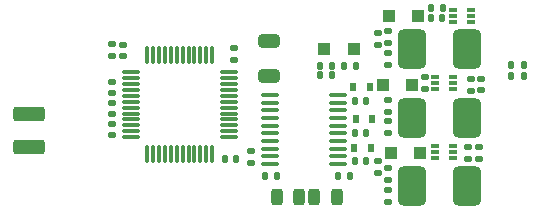
<source format=gbr>
%TF.GenerationSoftware,KiCad,Pcbnew,(6.0.5)*%
%TF.CreationDate,2022-09-11T00:02:45-04:00*%
%TF.ProjectId,GoldESC,476f6c64-4553-4432-9e6b-696361645f70,rev?*%
%TF.SameCoordinates,Original*%
%TF.FileFunction,Paste,Top*%
%TF.FilePolarity,Positive*%
%FSLAX46Y46*%
G04 Gerber Fmt 4.6, Leading zero omitted, Abs format (unit mm)*
G04 Created by KiCad (PCBNEW (6.0.5)) date 2022-09-11 00:02:45*
%MOMM*%
%LPD*%
G01*
G04 APERTURE LIST*
G04 Aperture macros list*
%AMRoundRect*
0 Rectangle with rounded corners*
0 $1 Rounding radius*
0 $2 $3 $4 $5 $6 $7 $8 $9 X,Y pos of 4 corners*
0 Add a 4 corners polygon primitive as box body*
4,1,4,$2,$3,$4,$5,$6,$7,$8,$9,$2,$3,0*
0 Add four circle primitives for the rounded corners*
1,1,$1+$1,$2,$3*
1,1,$1+$1,$4,$5*
1,1,$1+$1,$6,$7*
1,1,$1+$1,$8,$9*
0 Add four rect primitives between the rounded corners*
20,1,$1+$1,$2,$3,$4,$5,0*
20,1,$1+$1,$4,$5,$6,$7,0*
20,1,$1+$1,$6,$7,$8,$9,0*
20,1,$1+$1,$8,$9,$2,$3,0*%
G04 Aperture macros list end*
%ADD10RoundRect,0.135000X-0.135000X-0.185000X0.135000X-0.185000X0.135000X0.185000X-0.135000X0.185000X0*%
%ADD11R,0.700000X0.340000*%
%ADD12R,0.600000X0.700000*%
%ADD13RoundRect,0.243750X0.243750X0.456250X-0.243750X0.456250X-0.243750X-0.456250X0.243750X-0.456250X0*%
%ADD14RoundRect,0.135000X-0.185000X0.135000X-0.185000X-0.135000X0.185000X-0.135000X0.185000X0.135000X0*%
%ADD15RoundRect,0.140000X-0.170000X0.140000X-0.170000X-0.140000X0.170000X-0.140000X0.170000X0.140000X0*%
%ADD16RoundRect,0.140000X0.140000X0.170000X-0.140000X0.170000X-0.140000X-0.170000X0.140000X-0.170000X0*%
%ADD17RoundRect,0.140000X-0.140000X-0.170000X0.140000X-0.170000X0.140000X0.170000X-0.140000X0.170000X0*%
%ADD18R,1.000000X1.000000*%
%ADD19RoundRect,0.075000X-0.662500X-0.075000X0.662500X-0.075000X0.662500X0.075000X-0.662500X0.075000X0*%
%ADD20RoundRect,0.075000X-0.075000X-0.662500X0.075000X-0.662500X0.075000X0.662500X-0.075000X0.662500X0*%
%ADD21RoundRect,0.243750X-0.243750X-0.456250X0.243750X-0.456250X0.243750X0.456250X-0.243750X0.456250X0*%
%ADD22RoundRect,0.135000X0.185000X-0.135000X0.185000X0.135000X-0.185000X0.135000X-0.185000X-0.135000X0*%
%ADD23RoundRect,0.250000X1.075000X-0.375000X1.075000X0.375000X-1.075000X0.375000X-1.075000X-0.375000X0*%
%ADD24RoundRect,0.135000X0.135000X0.185000X-0.135000X0.185000X-0.135000X-0.185000X0.135000X-0.185000X0*%
%ADD25RoundRect,0.100000X-0.637500X-0.100000X0.637500X-0.100000X0.637500X0.100000X-0.637500X0.100000X0*%
%ADD26RoundRect,0.508000X0.711200X1.168400X-0.711200X1.168400X-0.711200X-1.168400X0.711200X-1.168400X0*%
%ADD27RoundRect,0.140000X0.170000X-0.140000X0.170000X0.140000X-0.170000X0.140000X-0.170000X-0.140000X0*%
%ADD28RoundRect,0.250000X0.650000X-0.325000X0.650000X0.325000X-0.650000X0.325000X-0.650000X-0.325000X0*%
G04 APERTURE END LIST*
D10*
%TO.C,R43*%
X8290000Y3300000D03*
X9310000Y3300000D03*
%TD*%
D11*
%TO.C,U4*%
X17550000Y8000000D03*
X17550000Y7500000D03*
X17550000Y7000000D03*
X19050000Y7000000D03*
X19050000Y7500000D03*
X19050000Y8000000D03*
%TD*%
D12*
%TO.C,D5*%
X9300000Y-1200000D03*
X10700000Y-1200000D03*
%TD*%
D13*
%TO.C,D83*%
X4487500Y-7800000D03*
X2612500Y-7800000D03*
%TD*%
D14*
%TO.C,R21*%
X12000000Y-7190000D03*
X12000000Y-8210000D03*
%TD*%
D15*
%TO.C,C82*%
X-10400000Y5080000D03*
X-10400000Y4120000D03*
%TD*%
D16*
%TO.C,C42*%
X7280000Y3300000D03*
X6320000Y3300000D03*
%TD*%
%TO.C,C7*%
X16630000Y7300000D03*
X15670000Y7300000D03*
%TD*%
D14*
%TO.C,R10*%
X12000000Y6210000D03*
X12000000Y5190000D03*
%TD*%
D15*
%TO.C,C8*%
X19900000Y2180000D03*
X19900000Y1220000D03*
%TD*%
D17*
%TO.C,C81*%
X-1780000Y-4600000D03*
X-820000Y-4600000D03*
%TD*%
D14*
%TO.C,R12*%
X12000000Y-5390000D03*
X12000000Y-6410000D03*
%TD*%
%TO.C,R24*%
X400000Y-3890000D03*
X400000Y-4910000D03*
%TD*%
D18*
%TO.C,D1*%
X12100000Y7500000D03*
X14600000Y7500000D03*
%TD*%
D19*
%TO.C,U80*%
X-9762500Y2750000D03*
X-9762500Y2250000D03*
X-9762500Y1750000D03*
X-9762500Y1250000D03*
X-9762500Y750000D03*
X-9762500Y250000D03*
X-9762500Y-250000D03*
X-9762500Y-750000D03*
X-9762500Y-1250000D03*
X-9762500Y-1750000D03*
X-9762500Y-2250000D03*
X-9762500Y-2750000D03*
D20*
X-8350000Y-4162500D03*
X-7850000Y-4162500D03*
X-7350000Y-4162500D03*
X-6850000Y-4162500D03*
X-6350000Y-4162500D03*
X-5850000Y-4162500D03*
X-5350000Y-4162500D03*
X-4850000Y-4162500D03*
X-4350000Y-4162500D03*
X-3850000Y-4162500D03*
X-3350000Y-4162500D03*
X-2850000Y-4162500D03*
D19*
X-1437500Y-2750000D03*
X-1437500Y-2250000D03*
X-1437500Y-1750000D03*
X-1437500Y-1250000D03*
X-1437500Y-750000D03*
X-1437500Y-250000D03*
X-1437500Y250000D03*
X-1437500Y750000D03*
X-1437500Y1250000D03*
X-1437500Y1750000D03*
X-1437500Y2250000D03*
X-1437500Y2750000D03*
D20*
X-2850000Y4162500D03*
X-3350000Y4162500D03*
X-3850000Y4162500D03*
X-4350000Y4162500D03*
X-4850000Y4162500D03*
X-5350000Y4162500D03*
X-5850000Y4162500D03*
X-6350000Y4162500D03*
X-6850000Y4162500D03*
X-7350000Y4162500D03*
X-7850000Y4162500D03*
X-8350000Y4162500D03*
%TD*%
D14*
%TO.C,R32*%
X-11300000Y5110000D03*
X-11300000Y4090000D03*
%TD*%
D21*
%TO.C,D84*%
X5812500Y-7800000D03*
X7687500Y-7800000D03*
%TD*%
D22*
%TO.C,R18*%
X18850000Y-4610000D03*
X18850000Y-3590000D03*
%TD*%
D14*
%TO.C,R14*%
X15150000Y2310000D03*
X15150000Y1290000D03*
%TD*%
D23*
%TO.C,L60*%
X-18400000Y-3559000D03*
X-18400000Y-759000D03*
%TD*%
D22*
%TO.C,R15*%
X11150000Y-5760000D03*
X11150000Y-4740000D03*
%TD*%
D24*
%TO.C,R7*%
X23510000Y2400000D03*
X22490000Y2400000D03*
%TD*%
D18*
%TO.C,D42*%
X6650000Y4700000D03*
X9150000Y4700000D03*
%TD*%
D12*
%TO.C,D6*%
X9200000Y-3650000D03*
X10600000Y-3650000D03*
%TD*%
D25*
%TO.C,U2*%
X2037500Y825000D03*
X2037500Y175000D03*
X2037500Y-475000D03*
X2037500Y-1125000D03*
X2037500Y-1775000D03*
X2037500Y-2425000D03*
X2037500Y-3075000D03*
X2037500Y-3725000D03*
X2037500Y-4375000D03*
X2037500Y-5025000D03*
X7762500Y-5025000D03*
X7762500Y-4375000D03*
X7762500Y-3725000D03*
X7762500Y-3075000D03*
X7762500Y-2425000D03*
X7762500Y-1775000D03*
X7762500Y-1125000D03*
X7762500Y-475000D03*
X7762500Y175000D03*
X7762500Y825000D03*
%TD*%
D14*
%TO.C,R11*%
X12000000Y410000D03*
X12000000Y-610000D03*
%TD*%
D15*
%TO.C,C88*%
X-11300000Y1930000D03*
X-11300000Y970000D03*
%TD*%
D26*
%TO.C,R1*%
X18736800Y4700000D03*
X14063200Y4700000D03*
%TD*%
D15*
%TO.C,C9*%
X19700000Y-3620000D03*
X19700000Y-4580000D03*
%TD*%
D12*
%TO.C,D4*%
X9100000Y1500000D03*
X10500000Y1500000D03*
%TD*%
D10*
%TO.C,R4*%
X22490000Y3350000D03*
X23510000Y3350000D03*
%TD*%
D26*
%TO.C,R3*%
X18736800Y-6900000D03*
X14063200Y-6900000D03*
%TD*%
D27*
%TO.C,C89*%
X-11300000Y-780000D03*
X-11300000Y180000D03*
%TD*%
D22*
%TO.C,R20*%
X12000000Y-2410000D03*
X12000000Y-1390000D03*
%TD*%
D14*
%TO.C,R19*%
X12000000Y4410000D03*
X12000000Y3390000D03*
%TD*%
D16*
%TO.C,C5*%
X10180000Y-2400000D03*
X9220000Y-2400000D03*
%TD*%
D18*
%TO.C,D3*%
X12250000Y-4100000D03*
X14750000Y-4100000D03*
%TD*%
D15*
%TO.C,C84*%
X-11300000Y-1620000D03*
X-11300000Y-2580000D03*
%TD*%
D10*
%TO.C,R42*%
X6290000Y2500000D03*
X7310000Y2500000D03*
%TD*%
D22*
%TO.C,R17*%
X19050000Y1190000D03*
X19050000Y2210000D03*
%TD*%
D11*
%TO.C,U5*%
X16050000Y2300000D03*
X16050000Y1800000D03*
X16050000Y1300000D03*
X17550000Y1300000D03*
X17550000Y1800000D03*
X17550000Y2300000D03*
%TD*%
D18*
%TO.C,D2*%
X11600000Y1700000D03*
X14100000Y1700000D03*
%TD*%
D16*
%TO.C,C6*%
X10180000Y-4800000D03*
X9220000Y-4800000D03*
%TD*%
D10*
%TO.C,R16*%
X15640000Y8150000D03*
X16660000Y8150000D03*
%TD*%
D15*
%TO.C,C83*%
X-1000000Y4780000D03*
X-1000000Y3820000D03*
%TD*%
D17*
%TO.C,C4*%
X9220000Y300000D03*
X10180000Y300000D03*
%TD*%
D28*
%TO.C,C10*%
X2000000Y2400000D03*
X2000000Y5350000D03*
%TD*%
D22*
%TO.C,R13*%
X11150000Y5040000D03*
X11150000Y6060000D03*
%TD*%
D26*
%TO.C,R2*%
X18736800Y-1100000D03*
X14063200Y-1100000D03*
%TD*%
D24*
%TO.C,R22*%
X8810000Y-6050000D03*
X7790000Y-6050000D03*
%TD*%
%TO.C,R23*%
X2610000Y-6050000D03*
X1590000Y-6050000D03*
%TD*%
D11*
%TO.C,U6*%
X16050000Y-3500000D03*
X16050000Y-4000000D03*
X16050000Y-4500000D03*
X17550000Y-4500000D03*
X17550000Y-4000000D03*
X17550000Y-3500000D03*
%TD*%
M02*

</source>
